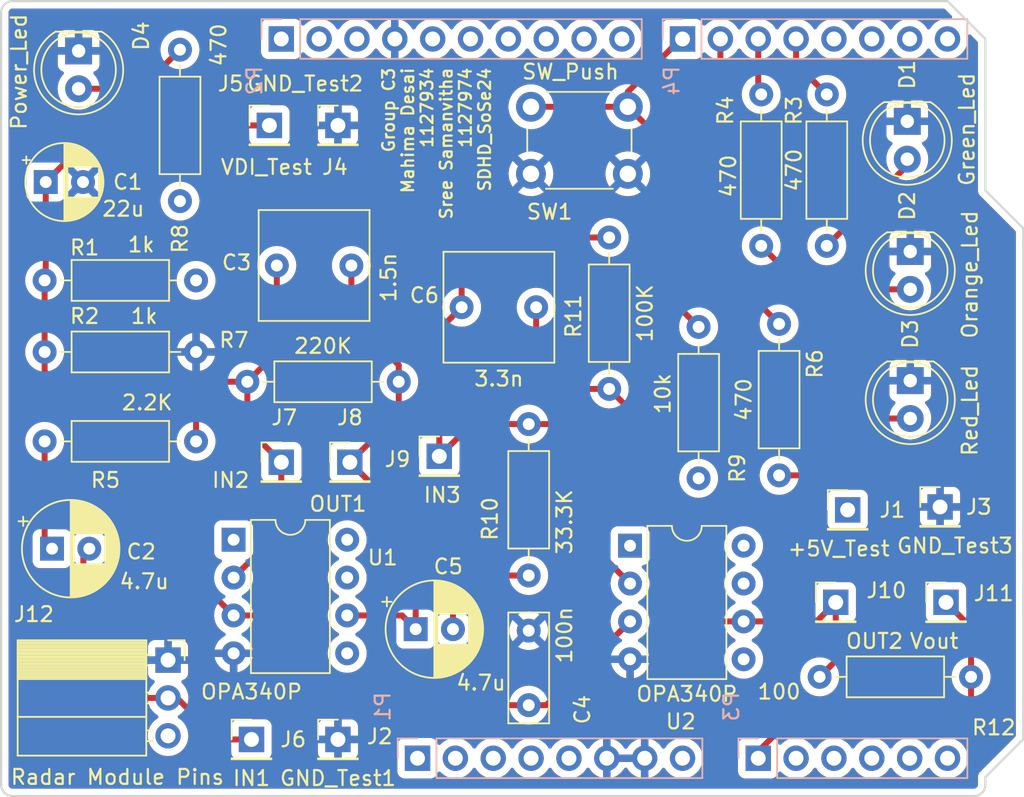
<source format=kicad_pcb>
(kicad_pcb (version 20240108) (generator "pcbnew") (generator_version "8.0")
  (title_block (title "Movement Detector based on IPM-165 Radar Module") (date "2024-05-26") (rev "Rev 1.2") (company "Hochschule Darmstadt") (comment 1 "Mahima Desai ; Sree Samanvitha Manoor Vadhoolas"))
  (layers (0 "F.Cu" signal) (1 "In1.Cu" power "Gnd") (2 "In2.Cu" power "Power") (31 "B.Cu" signal) (34 "B.Paste" user) (35 "F.Paste" user) (36 "B.SilkS" user "B.Silkscreen") (37 "F.SilkS" user "F.Silkscreen") (38 "B.Mask" user) (39 "F.Mask" user) (44 "Edge.Cuts" user))
  (net 0 "")
  (net 1 "GND")
  (net 2 "/VD_Input")
  (net 3 "+5V")
  (net 4 "/IOREF")
  (net 5 "V_in")
  (net 6 "/A1")
  (net 7 "/A2")
  (net 8 "/A3")
  (net 9 "Net-(C2-Pad1)")
  (net 10 "Net-(J9-Pin_1)")
  (net 11 "Net-(J8-Pin_1)")
  (net 12 "Net-(C5-Pad2)")
  (net 13 "/AREF")
  (net 14 "Net-(J7-Pin_1)")
  (net 15 "Net-(J10-Pin_1)")
  (net 16 "Net-(D1-A)")
  (net 17 "Net-(D2-A)")
  (net 18 "Net-(D3-A)")
  (net 19 "Net-(D4-A)")
  (net 20 "/3.3V")
  (net 21 "/Reset")
  (net 22 "/Vin")
  (net 23 "V_out")
  (net 24 "/A5")
  (net 25 "/A4")
  (net 26 "/D11")
  (net 27 "/SCL")
  (net 28 "/D12")
  (net 29 "/D13")
  (net 30 "/D10")
  (net 31 "/SDA")
  (net 32 "/D8")
  (net 33 "/D9")
  (net 34 "/D2")
  (net 35 "/TX{slash}D1")
  (net 36 "PUSH_BUTTON")
  (net 37 "/D3")
  (net 38 "/RX{slash}D0")
  (net 39 "LED_RED")
  (net 40 "LED_GREEN")
  (net 41 "LED_ORANGE")
  (footprint "Capacitor_THT:CP_Radial_D5.0mm_P2.50mm" (layer "F.Cu") (at 102.994888 58.8)
    (property "Reference" "C1" (at 5.5 0 0) (layer "F.SilkS"))
    (property "Value" "22u" (at 5.205112 1.8 0) (layer "F.SilkS"))
    (pad "1" thru_hole rect (at 0 0) (size 1.6 1.6) (drill 0.8) (layers "*.Cu" "*.Mask") (net 2 "/VD_Input"))
    (pad "2" thru_hole circle (at 2.5 0) (size 1.6 1.6) (drill 0.8) (layers "*.Cu" "*.Mask") (net 1 "GND"))
  )
  (footprint "Connector_PinSocket_2.54mm:PinSocket_1x03_P2.54mm_Horizontal" (layer "F.Cu") (at 111.2 90.875)
    (property "Reference" "J12" (at -9 -3.075 0) (layer "F.SilkS"))
    (property "Value" "Radar Module Pins" (at -3.4 7.85 0) (layer "F.SilkS"))
    (pad "1" thru_hole rect (at 0 0) (size 1.7 1.7) (drill 1) (layers "*.Cu" "*.Mask") (net 1 "GND"))
    (pad "2" thru_hole oval (at 0 2.54) (size 1.7 1.7) (drill 1) (layers "*.Cu" "*.Mask") (net 5 "V_in"))
    (pad "3" thru_hole oval (at 0 5.08) (size 1.7 1.7) (drill 1) (layers "*.Cu" "*.Mask") (net 3 "+5V"))
  )
  (footprint "Connector_PinHeader_2.54mm:PinHeader_1x01_P2.54mm_Vertical" (layer "F.Cu") (at 122.6 55)
    (property "Reference" "J4" (at -0.2 2.8 0) (layer "F.SilkS"))
    (property "Value" "GND_Test2" (at -2.2 -2.8 180) (layer "F.SilkS"))
    (pad "1" thru_hole rect (at 0 0) (size 1.7 1.7) (drill 1) (layers "*.Cu" "*.Mask") (net 1 "GND"))
  )
  (footprint "Connector_PinHeader_2.54mm:PinHeader_1x01_P2.54mm_Vertical" (layer "F.Cu") (at 123.4 77.6)
    (property "Reference" "J8" (at 0 -3 0) (layer "F.SilkS"))
    (property "Value" "OUT1" (at -0.8 2.8 0) (layer "F.SilkS"))
    (pad "1" thru_hole rect (at 0 0) (size 1.7 1.7) (drill 1) (layers "*.Cu" "*.Mask") (net 11 "Net-(J8-Pin_1)"))
  )
  (footprint "Resistor_THT:R_Axial_DIN0207_L6.3mm_D2.5mm_P10.16mm_Horizontal" (layer "F.Cu") (at 112 60.08 90)
    (property "Reference" "R8" (at -2.52 0 -90) (layer "F.SilkS"))
    (property "Value" "470" (at 10.48 2.6 -90) (layer "F.SilkS"))
    (pad "1" thru_hole circle (at 0 0 90) (size 1.6 1.6) (drill 0.8) (layers "*.Cu" "*.Mask") (net 3 "+5V"))
    (pad "2" thru_hole oval (at 10.16 0 90) (size 1.6 1.6) (drill 0.8) (layers "*.Cu" "*.Mask") (net 19 "Net-(D4-A)"))
  )
  (footprint "Connector_PinHeader_2.54mm:PinHeader_1x01_P2.54mm_Vertical" (layer "F.Cu") (at 163.4 87)
    (property "Reference" "J11" (at 3.2 -0.6 0) (layer "F.SilkS"))
    (property "Value" "Vout" (at -0.8 2.6 0) (layer "F.SilkS"))
    (pad "1" thru_hole rect (at 0 0) (size 1.7 1.7) (drill 1) (layers "*.Cu" "*.Mask") (net 23 "V_out"))
  )
  (footprint "Resistor_THT:R_Axial_DIN0207_L6.3mm_D2.5mm_P10.16mm_Horizontal" (layer "F.Cu") (at 151 52.92 -90)
    (property "Reference" "R4" (at 1.08 2.4 90) (layer "F.SilkS"))
    (property "Value" "470" (at 5.48 2.2 90) (layer "F.SilkS"))
    (pad "1" thru_hole circle (at 0 0 270) (size 1.6 1.6) (drill 0.8) (layers "*.Cu" "*.Mask") (net 41 "LED_ORANGE"))
    (pad "2" thru_hole oval (at 10.16 0 270) (size 1.6 1.6) (drill 0.8) (layers "*.Cu" "*.Mask") (net 17 "Net-(D2-A)"))
  )
  (footprint "Resistor_THT:R_Axial_DIN0207_L6.3mm_D2.5mm_P10.16mm_Horizontal" (layer "F.Cu") (at 102.92 76.2)
    (property "Reference" "R5" (at 4.08 2.6 0) (layer "F.SilkS"))
    (property "Value" "2.2K" (at 6.88 -2.6 0) (layer "F.SilkS"))
    (pad "1" thru_hole circle (at 0 0) (size 1.6 1.6) (drill 0.8) (layers "*.Cu" "*.Mask") (net 9 "Net-(C2-Pad1)"))
    (pad "2" thru_hole oval (at 10.16 0) (size 1.6 1.6) (drill 0.8) (layers "*.Cu" "*.Mask") (net 14 "Net-(J7-Pin_1)"))
  )
  (footprint "Resistor_THT:R_Axial_DIN0207_L6.3mm_D2.5mm_P10.16mm_Horizontal" (layer "F.Cu") (at 116.52 72.2)
    (property "Reference" "R7 " (at -0.52 -2.8 0) (layer "F.SilkS"))
    (property "Value" "220K" (at 5.08 -2.4 0) (layer "F.SilkS"))
    (pad "1" thru_hole circle (at 0 0) (size 1.6 1.6) (drill 0.8) (layers "*.Cu" "*.Mask") (net 14 "Net-(J7-Pin_1)"))
    (pad "2" thru_hole oval (at 10.16 0) (size 1.6 1.6) (drill 0.8) (layers "*.Cu" "*.Mask") (net 11 "Net-(J8-Pin_1)"))
  )
  (footprint "Capacitor_THT:C_Rect_L7.2mm_W7.2mm_P5.00mm_FKS2_FKP2_MKS2_MKP2" (layer "F.Cu") (at 130.9 67.2)
    (property "Reference" "C6" (at -2.5 -0.8 0) (layer "F.SilkS"))
    (property "Value" "3.3n" (at 2.5 4.8 0) (layer "F.SilkS"))
    (pad "1" thru_hole circle (at 0 0) (size 1.6 1.6) (drill 0.8) (layers "*.Cu" "*.Mask") (net 10 "Net-(J9-Pin_1)"))
    (pad "2" thru_hole circle (at 5 0) (size 1.6 1.6) (drill 0.8) (layers "*.Cu" "*.Mask") (net 15 "Net-(J10-Pin_1)"))
  )
  (footprint "Resistor_THT:R_Axial_DIN0207_L6.3mm_D2.5mm_P10.16mm_Horizontal" (layer "F.Cu") (at 146.8 78.68 90)
    (property "Reference" "R9" (at 0.68 2.6 -90) (layer "F.SilkS"))
    (property "Value" "10k" (at 5.68 -2.4 -90) (layer "F.SilkS"))
    (pad "1" thru_hole circle (at 0 0 90) (size 1.6 1.6) (drill 0.8) (layers "*.Cu" "*.Mask") (net 3 "+5V"))
    (pad "2" thru_hole oval (at 10.16 0 90) (size 1.6 1.6) (drill 0.8) (layers "*.Cu" "*.Mask") (net 36 "PUSH_BUTTON"))
  )
  (footprint "Capacitor_THT:CP_Radial_D6.3mm_P2.50mm" (layer "F.Cu") (at 103.417621 83.4)
    (property "Reference" "C2" (at 5.982379 0.2 0) (layer "F.SilkS"))
    (property "Value" "4.7u" (at 6.182379 2.2 0) (layer "F.SilkS"))
    (pad "1" thru_hole rect (at 0 0) (size 1.6 1.6) (drill 0.8) (layers "*.Cu" "*.Mask") (net 9 "Net-(C2-Pad1)"))
    (pad "2" thru_hole circle (at 2.5 0) (size 1.6 1.6) (drill 0.8) (layers "*.Cu" "*.Mask") (net 5 "V_in"))
  )
  (footprint "Connector_PinHeader_2.54mm:PinHeader_1x01_P2.54mm_Vertical" (layer "F.Cu") (at 122.6 96.2)
    (property "Reference" "J2" (at 2.8 -0.2 0) (layer "F.SilkS"))
    (property "Value" "GND_Test1" (at 0 2.6 0) (layer "F.SilkS"))
    (pad "1" thru_hole rect (at 0 0) (size 1.7 1.7) (drill 1) (layers "*.Cu" "*.Mask") (net 1 "GND"))
  )
  (footprint "Resistor_THT:R_Axial_DIN0207_L6.3mm_D2.5mm_P10.16mm_Horizontal" (layer "F.Cu") (at 102.92 70.2)
    (property "Reference" "R2" (at 2.68 -2.4 0) (layer "F.SilkS"))
    (property "Value" "1k" (at 6.68 -2.4 0) (layer "F.SilkS"))
    (pad "1" thru_hole circle (at 0 0) (size 1.6 1.6) (drill 0.8) (layers "*.Cu" "*.Mask") (net 2 "/VD_Input"))
    (pad "2" thru_hole oval (at 10.16 0) (size 1.6 1.6) (drill 0.8) (layers "*.Cu" "*.Mask") (net 1 "GND"))
  )
  (footprint "Package_DIP:DIP-8_W7.62mm" (layer "F.Cu") (at 115.6 82.8)
    (property "Reference" "U1" (at 10 1.2 0) (layer "F.SilkS"))
    (property "Value" "OPA340P" (at 1.2 10.2 0) (layer "F.SilkS"))
    (pad "1" thru_hole rect (at 0 0) (size 1.6 1.6) (drill 0.8) (layers "*.Cu" "*.Mask"))
    (pad "2" thru_hole oval (at 0 2.54) (size 1.6 1.6) (drill 0.8) (layers "*.Cu" "*.Mask") (net 14 "Net-(J7-Pin_1)"))
    (pad "3" thru_hole oval (at 0 5.08) (size 1.6 1.6) (drill 0.8) (layers "*.Cu" "*.Mask") (net 2 "/VD_Input"))
    (pad "4" thru_hole oval (at 0 7.62) (size 1.6 1.6) (drill 0.8) (layers "*.Cu" "*.Mask") (net 1 "GND"))
    (pad "5" thru_hole oval (at 7.62 7.62) (size 1.6 1.6) (drill 0.8) (layers "*.Cu" "*.Mask"))
    (pad "6" thru_hole oval (at 7.62 5.08) (size 1.6 1.6) (drill 0.8) (layers "*.Cu" "*.Mask") (net 11 "Net-(J8-Pin_1)"))
    (pad "7" thru_hole oval (at 7.62 2.54) (size 1.6 1.6) (drill 0.8) (layers "*.Cu" "*.Mask") (net 3 "+5V"))
    (pad "8" thru_hole oval (at 7.62 0) (size 1.6 1.6) (drill 0.8) (layers "*.Cu" "*.Mask"))
  )
  (footprint "LED_THT:LED_D5.0mm" (layer "F.Cu") (at 160.8 54.725 -90)
    (property "Reference" "D1" (at -3.125 0 90) (layer "F.SilkS"))
    (property "Value" "Green_Led" (at 0.54 -4 90) (layer "F.SilkS"))
    (pad "1" thru_hole rect (at 0 0 270) (size 1.8 1.8) (drill 0.9) (layers "*.Cu" "*.Mask") (net 1 "GND"))
    (pad "2" thru_hole circle (at 2.54 0 270) (size 1.8 1.8) (drill 0.9) (layers "*.Cu" "*.Mask") (net 16 "Net-(D1-A)"))
  )
  (footprint "Connector_PinHeader_2.54mm:PinHeader_1x01_P2.54mm_Vertical" (layer "F.Cu") (at 116.8 96.2)
    (property "Reference" "J6" (at 2.8 0 0) (layer "F.SilkS"))
    (property "Value" "IN1" (at 0 2.6 0) (layer "F.SilkS"))
    (pad "1" thru_hole rect (at 0 0) (size 1.7 1.7) (drill 1) (layers "*.Cu" "*.Mask") (net 5 "V_in"))
  )
  (footprint "Capacitor_THT:C_Rect_L7.2mm_W7.2mm_P5.00mm_FKS2_FKP2_MKS2_MKP2" (layer "F.Cu") (at 118.5 64.4)
    (property "Reference" "C3" (at -2.7 -0.2 0) (layer "F.SilkS"))
    (property "Value" "1.5n" (at 7.5 0.8 90) (layer "F.SilkS"))
    (pad "1" thru_hole circle (at 0 0) (size 1.6 1.6) (drill 0.8) (layers "*.Cu" "*.Mask") (net 14 "Net-(J7-Pin_1)"))
    (pad "2" thru_hole circle (at 5 0) (size 1.6 1.6) (drill 0.8) (layers "*.Cu" "*.Mask") (net 11 "Net-(J8-Pin_1)"))
  )
  (footprint "LED_THT:LED_D5.0mm" (layer "F.Cu") (at 105.2 50 -90)
    (property "Reference" "D4" (at -1 -4.2 90) (layer "F.SilkS"))
    (property "Value" "Power_Led" (at 1.4 4 90) (layer "F.SilkS"))
    (pad "1" thru_hole rect (at 0 0 270) (size 1.8 1.8) (drill 0.9) (layers "*.Cu" "*.Mask") (net 1 "GND"))
    (pad "2" thru_hole circle (at 2.54 0 270) (size 1.8 1.8) (drill 0.9) (layers "*.Cu" "*.Mask") (net 19 "Net-(D4-A)"))
  )
  (footprint "Connector_PinHeader_2.54mm:PinHeader_1x01_P2.54mm_Vertical" (layer "F.Cu") (at 129.4 77.2)
    (property "Reference" "J9" (at -2.8 0.2 0) (layer "F.SilkS"))
    (property "Value" "IN3" (at 0.2 2.6 0) (layer "F.SilkS"))
    (pad "1" thru_hole rect (at 0 0) (size 1.7 1.7) (drill 1) (layers "*.Cu" "*.Mask") (net 10 "Net-(J9-Pin_1)"))
  )
  (footprint "Connector_PinHeader_2.54mm:PinHeader_1x01_P2.54mm_Vertical" (layer "F.Cu") (at 156 87)
    (property "Reference" "J10" (at 3.4 -0.8 0) (layer "F.SilkS"))
    (property "Value" "OUT2" (at 2.6 2.6 0) (layer "F.SilkS"))
    (pad "1" thru_hole rect (at 0 0) (size 1.7 1.7) (drill 1) (layers "*.Cu" "*.Mask") (net 15 "Net-(J10-Pin_1)"))
  )
  (footprint "LED_THT:LED_D5.0mm" (layer "F.Cu") (at 161 63.46 -90)
    (property "Reference" "D2" (at -3.06 0.2 90) (layer "F.SilkS"))
    (property "Value" "Orange_Led" (at 1.54 -4 90) (layer "F.SilkS"))
    (pad "1" thru_hole rect (at 0 0 270) (size 1.8 1.8) (drill 0.9) (layers "*.Cu" "*.Mask") (net 1 "GND"))
    (pad "2" thru_hole circle (at 2.54 0 270) (size 1.8 1.8) (drill 0.9) (layers "*.Cu" "*.Mask") (net 17 "Net-(D2-A)"))
  )
  (footprint "Connector_PinHeader_2.54mm:PinHeader_1x01_P2.54mm_Vertical" (layer "F.Cu") (at 118 55)
    (property "Reference" "J5" (at -2.6 -2.8 0) (layer "F.SilkS"))
    (property "Value" "VDI_Test" (at -0.2 2.8 0) (layer "F.SilkS"))
    (pad "1" thru_hole rect (at 0 0) (size 1.7 1.7) (drill 1) (layers "*.Cu" "*.Mask") (net 2 "/VD_Input"))
  )
  (footprint "Resistor_THT:R_Axial_DIN0207_L6.3mm_D2.5mm_P10.16mm_Horizontal" (layer "F.Cu") (at 155.4 52.92 -90)
    (property "Reference" "R3" (at 1.08 2.2 90) (layer "F.SilkS"))
    (property "Value" "470" (at 5.08 2.2 90) (layer "F.SilkS"))
    (pad "1" thru_hole circle (at 0 0 270) (size 1.6 1.6) (drill 0.8) (layers "*.Cu" "*.Mask") (net 40 "LED_GREEN"))
    (pad "2" thru_hole oval (at 10.16 0 270) (size 1.6 1.6) (drill 0.8) (layers "*.Cu" "*.Mask") (net 16 "Net-(D1-A)"))
  )
  (footprint "Button_Switch_THT:SW_PUSH_6mm_H7.3mm" (layer "F.Cu") (at 142.05 58.25 180)
    (property "Reference" "SW1" (at 5.25 -2.55 180) (layer "F.SilkS"))
    (property "Value" "SW_Push" (at 3.85 6.85 180) (layer "F.SilkS"))
    (pad "1" thru_hole circle (at 0 0 270) (size 2 2) (drill 1.1) (layers "*.Cu" "*.Mask") (net 1 "GND"))
    (pad "1" thru_hole circle (at 6.5 0 270) (size 2 2) (drill 1.1) (layers "*.Cu" "*.Mask") (net 1 "GND"))
    (pad "2" thru_hole circle (at 0 4.5 270) (size 2 2) (drill 1.1) (layers "*.Cu" "*.Mask") (net 36 "PUSH_BUTTON"))
    (pad "2" thru_hole circle (at 6.5 4.5 270) (size 2 2) (drill 1.1) (layers "*.Cu" "*.Mask") (net 36 "PUSH_BUTTON"))
  )
  (footprint "Connector_PinHeader_2.54mm:PinHeader_1x01_P2.54mm_Vertical" (layer "F.Cu") (at 163 80.6)
    (property "Reference" "J3" (at 2.6 0 0) (layer "F.SilkS"))
    (property "Value" "GND_Test3" (at 1 2.6 0) (layer "F.SilkS"))
    (pad "1" thru_hole rect (at 0 0) (size 1.7 1.7) (drill 1) (layers "*.Cu" "*.Mask") (net 1 "GND"))
  )
  (footprint "Capacitor_THT:CP_Radial_D6.3mm_P2.50mm" (layer "F.Cu") (at 127.817621 88.8)
    (property "Reference" "C5" (at 2.182379 -4.2 0) (layer "F.SilkS"))
    (property "Value" "4.7u" (at 4.382379 3.6 0) (layer "F.SilkS"))
    (pad "1" thru_hole rect (at 0 0) (size 1.6 1.6) (drill 0.8) (layers "*.Cu" "*.Mask") (net 11 "Net-(J8-Pin_1)"))
    (pad "2" thru_hole circle (at 2.5 0) (size 1.6 1.6) (drill 0.8) (layers "*.Cu" "*.Mask") (net 12 "Net-(C5-Pad2)"))
  )
  (footprint "Connector_PinHeader_2.54mm:PinHeader_1x01_P2.54mm_Vertical" (layer "F.Cu") (at 118.8 77.6)
    (property "Reference" "J7" (at 0.2 -3 0) (layer "F.SilkS"))
    (property "Value" "IN2" (at -3.4 1.2 0) (layer "F.SilkS"))
    (pad "1" thru_hole rect (at 0 0) (size 1.7 1.7) (drill 1) (layers "*.Cu" "*.Mask") (net 14 "Net-(J7-Pin_1)"))
  )
  (footprint "Resistor_THT:R_Axial_DIN0207_L6.3mm_D2.5mm_P10.16mm_Horizontal" (layer "F.Cu") (at 154.92 92)
    (property "Reference" "R12" (at 11.68 3.4 0) (layer "F.SilkS"))
    (property "Value" "100" (at -2.72 1 0) (layer "F.SilkS"))
    (pad "1" thru_hole circle (at 0 0) (size 1.6 1.6) (drill 0.8) (layers "*.Cu" "*.Mask") (net 15 "Net-(J10-Pin_1)"))
    (pad "2" thru_hole oval (at 10.16 0) (size 1.6 1.6) (drill 0.8) (layers "*.Cu" "*.Mask") (net 23 "V_out"))
  )
  (footprint "LED_THT:LED_D5.0mm" (layer "F.Cu") (at 161 72.125 -90)
    (property "Reference" "D3" (at -3.125 0 90) (layer "F.SilkS"))
    (property "Value" "Red_Led" (at 2 -4 90) (layer "F.SilkS"))
    (pad "1" thru_hole rect (at 0 0 270) (size 1.8 1.8) (drill 0.9) (layers "*.Cu" "*.Mask") (net 1 "GND"))
    (pad "2" thru_hole circle (at 2.54 0 270) (size 1.8 1.8) (drill 0.9) (layers "*.Cu" "*.Mask") (net 18 "Net-(D3-A)"))
  )
  (footprint "Package_DIP:DIP-8_W7.62mm" (layer "F.Cu") (at 142.2 83.2)
    (property "Reference" "U2" (at 3.4 11.8 0) (layer "F.SilkS"))
    (property "Value" "OPA340P" (at 3.81 9.95 0) (layer "F.SilkS"))
    (pad "1" thru_hole rect (at 0 0) (size 1.6 1.6) (drill 0.8) (layers "*.Cu" "*.Mask"))
    (pad "2" thru_hole oval (at 0 2.54) (size 1.6 1.6) (drill 0.8) (layers "*.Cu" "*.Mask") (net 10 "Net-(J9-Pin_1)"))
    (pad "3" thru_hole oval (at 0 5.08) (size 1.6 1.6) (drill 0.8) (layers "*.Cu" "*.Mask") (net 2 "/VD_Input"))
    (pad "4" thru_hole oval (at 0 7.62) (size 1.6 1.6) (drill 0.8) (layers "*.Cu" "*.Mask") (net 1 "GND"))
    (pad "5" thru_hole oval (at 7.62 7.62) (size 1.6 1.6) (drill 0.8) (layers "*.Cu" "*.Mask"))
    (pad "6" thru_hole oval (at 7.62 5.08) (size 1.6 1.6) (drill 0.8) (layers "*.Cu" "*.Mask") (net 15 "Net-(J10-Pin_1)"))
    (pad "7" thru_hole oval (at 7.62 2.54) (size 1.6 1.6) (drill 0.8) (layers "*.Cu" "*.Mask") (net 3 "+5V"))
    (pad "8" thru_hole oval (at 7.62 0) (size 1.6 1.6) (drill 0.8) (layers "*.Cu" "*.Mask"))
  )
  (footprint "Capacitor_THT:C_Rect_L7.2mm_W2.5mm_P5.00mm_FKS2_FKP2_MKS2_MKP2" (layer "F.Cu") (at 135.4 93.9 90)
    (property "Reference" "C4" (at -0.3 3.6 -90) (layer "F.SilkS"))
    (property "Value" "100n" (at 4.7 2.4 -90) (layer "F.SilkS"))
    (pad "1" thru_hole circle (at 0 0 90) (size 1.6 1.6) (drill 0.8) (layers "*.Cu" "*.Mask") (net 2 "/VD_Input"))
    (pad "2" thru_hole circle (at 5 0 90) (size 1.6 1.6) (drill 0.8) (layers "*.Cu" "*.Mask") (net 1 "GND"))
  )
  (footprint "Resistor_THT:R_Axial_DIN0207_L6.3mm_D2.5mm_P10.16mm_Horizontal" (layer "F.Cu") (at 113.08 65.4 180)
    (property "Reference" "R1" (at 7.48 2.2 180) (layer "F.SilkS"))
    (property "Value" "1k" (at 3.68 2.4 180) (layer "F.SilkS"))
    (pad "1" thru_hole circle (at 0 0 180) (size 1.6 1.6) (drill 0.8) (layers "*.Cu" "*.Mask") (net 3 "+5V"))
    (pad "2" thru_hole oval (at 10.16 0 180) (size 1.6 1.6) (drill 0.8) (layers "*.Cu" "*.Mask") (net 2 "/VD_Input"))
  )
  (footprint "Resistor_THT:R_Axial_DIN0207_L6.3mm_D2.5mm_P10.16mm_Horizontal" (layer "F.Cu") (at 140.8 62.52 -90)
    (property "Reference" "R11" (at 5.28 2.4 90) (layer "F.SilkS"))
    (property "Value" "100K" (at 5.08 -2.4 90) (layer "F.SilkS"))
    (pad "1" thru_hole circle (at 0 0 270) (size 1.6 1.6) (drill 0.8) (layers "*.Cu" "*.Mask") (net 10 "Net-(J9-Pin_1)"))
    (pad "2" thru_hole oval (at 10.16 0 270) (size 1.6 1.6) (drill 0.8) (layers "*.Cu" "*.Mask") (net 15 "Net-(J10-Pin_1)"))
  )
  (footprint "Resistor_THT:R_Axial_DIN0207_L6.3mm_D2.5mm_P10.16mm_Horizontal" (layer "F.Cu") (at 135.4 85.2 90)
    (property "Reference" "R10" (at 3.8 -2.6 -90) (layer "F.SilkS"))
    (property "Value" "33.3K" (at 3.6 2.4 -90) (layer "F.SilkS"))
    (pad "1" thru_hole circle (at 0 0 90) (size 1.6 1.6) (drill 0.8) (layers "*.Cu" "*.Mask") (net 12 "Net-(C5-Pad2)"))
    (pad "2" thru_hole oval (at 10.16 0 90) (size 1.6 1.6) (drill 0.8) (layers "*.Cu" "*.Mask") (net 10 "Net-(J9-Pin_1)"))
  )
  (footprint "Connector_PinHeader_2.54mm:PinHeader_1x01_P2.54mm_Vertical" (layer "F.Cu") (at 156.8 80.8)
    (property "Reference" "J1" (at 3 0 0) (layer "F.SilkS"))
    (property "Value" "+5V_Test" (at -0.6 2.6 0) (layer "F.SilkS"))
    (pad "1" thru_hole rect (at 0 0) (size 1.7 1.7) (drill 1) (layers "*.Cu" "*.Mask") (net 3 "+5V"))
  )
  (footprint "Resistor_THT:R_Axial_DIN0207_L6.3mm_D2.5mm_P10.16mm_Horizontal" (layer "F.Cu") (at 152.2 68.32 -90)
    (property "Reference" "R6" (at 2.68 -2.4 90) (layer "F.SilkS"))
    (property "Value" "470" (at 5.08 2.37 90) (layer "F.SilkS"))
    (pad "1" thru_hole circle (at 0 0 270) (size 1.6 1.6) (drill 0.8) (layers "*.Cu" "*.Mask") (net 39 "LED_RED"))
    (pad "2" thru_hole oval (at 10.16 0 270) (size 1.6 1.6) (drill 0.8) (layers "*.Cu" "*.Mask") (net 18 "Net-(D3-A)"))
  )
  (footprint "Connector_PinHeader_2.54mm:PinHeader_1x08_P2.54mm_Vertical" (layer "B.Cu") (at 127.94 97.46 -90)
    (property "Reference" "P1" (at -3.46 2.33 90) (layer "B.SilkS") (effects (justify mirror)))
    (property "Value" "Power")
    (pad "1" thru_hole rect (at 0 0 270) (size 1.7 1.7) (drill 1) (layers "*.Cu" "*.Mask"))
    (pad "2" thru_hole oval (at 0 -2.54 270) (size 1.7 1.7) (drill 1) (layers "*.Cu" "*.Mask") (net 4 "/IOREF"))
    (pad "3" thru_hole oval (at 0 -5.08 270) (size 1.7 1.7) (drill 1) (layers "*.Cu" "*.Mask") (net 21 "/Reset"))
    (pad "4" thru_hole oval (at 0 -7.62 270) (size 1.7 1.7) (drill 1) (layers "*.Cu" "*.Mask") (net 20 "/3.3V"))
    (pad "5" thru_hole oval (at 0 -10.16 270) (size 1.7 1.7) (drill 1) (layers "*.Cu" "*.Mask") (net 3 "+5V"))
    (pad "6" thru_hole oval (at 0 -12.7 270) (size 1.7 1.7) (drill 1) (layers "*.Cu" "*.Mask") (net 1 "GND"))
    (pad "7" thru_hole oval (at 0 -15.24 270) (size 1.7 1.7) (drill 1) (layers "*.Cu" "*.Mask") (net 1 "GND"))
    (pad "8" thru_hole oval (at 0 -17.78 270) (size 1.7 1.7) (drill 1) (layers "*.Cu" "*.Mask") (net 22 "/Vin"))
  )
  (footprint "Connector_PinHeader_2.54mm:PinHeader_1x06_P2.54mm_Vertical" (layer "B.Cu") (at 150.8 97.46 -90)
    (property "Reference" "P3" (at -3.46 1.8 90) (layer "B.SilkS") (effects (justify mirror)))
    (property "Value" "Analog")
    (pad "1" thru_hole rect (at 0 0 270) (size 1.7 1.7) (drill 1) (layers "*.Cu" "*.Mask") (net 23 "V_out"))
    (pad "2" thru_hole oval (at 0 -2.54 270) (size 1.7 1.7) (drill 1) (layers "*.Cu" "*.Mask") (net 6 "/A1"))
    (pad "3" thru_hole oval (at 0 -5.08 270) (size 1.7 1.7) (drill 1) (layers "*.Cu" "*.Mask") (net 7 "/A2"))
    (pad "4" thru_hole oval (at 0 -7.62 270) (size 1.7 1.7) (drill 1) (layers "*.Cu" "*.Mask") (net 8 "/A3"))
    (pad "5" thru_hole oval (at 0 -10.16 270) (size 1.7 1.7) (drill 1) (layers "*.Cu" "*.Mask") (net 25 "/A4"))
    (pad "6" thru_hole oval (at 0 -12.7 270) (size 1.7 1.7) (drill 1) (layers "*.Cu" "*.Mask") (net 24 "/A5"))
  )
  (footprint "Connector_PinHeader_2.54mm:PinHeader_1x10_P2.54mm_Vertical" (layer "B.Cu") (at 118.796 49.2 -90)
    (property "Reference" "P2" (at 2.8 1.796 90) (layer "B.SilkS") (effects (justify mirror)))
    (property "Value" "Digital/PWM" (hide yes))
    (pad "1" thru_hole rect (at 0 0 270) (size 1.7 1.7) (drill 1) (layers "*.Cu" "*.Mask") (net 27 "/SCL"))
    (pad "2" thru_hole oval (at 0 -2.54 270) (size 1.7 1.7) (drill 1) (layers "*.Cu" "*.Mask") (net 31 "/SDA"))
    (pad "3" thru_hole oval (at 0 -5.08 270) (size 1.7 1.7) (drill 1) (layers "*.Cu" "*.Mask") (net 13 "/AREF"))
    (pad "4" thru_hole oval (at 0 -7.62 270) (size 1.7 1.7) (drill 1) (layers "*.Cu" "*.Mask") (net 1 "GND"))
    (pad "5" thru_hole oval (at 0 -10.16 270) (size 1.7 1.7) (drill 1) (layers "*.Cu" "*.Mask") (net 29 "/D13"))
    (pad "6" thru_hole oval (at 0 -12.7 270) (size 1.7 1.7) (drill 1) (layers "*.Cu" "*.Mask") (net 28 "/D12"))
    (pad "7" thru_hole oval (at 0 -15.24 270) (size 1.7 1.7) (drill 1) (layers "*.Cu" "*.Mask") (net 26 "/D11"))
    (pad "8" thru_hole oval (at 0 -17.78 270) (size 1.7 1.7) (drill 1) (layers "*.Cu" "*.Mask") (net 30 "/D10"))
    (pad "9" thru_hole oval (at 0 -20.32 270) (size 1.7 1.7) (drill 1) (layers "*.Cu" "*.Mask") (net 33 "/D9"))
    (pad "10" thru_hole oval (at 0 -22.86 270) (size 1.7 1.7) (drill 1) (layers "*.Cu" "*.Mask") (net 32 "/D8"))
  )
  (footprint "Connector_PinHeader_2.54mm:PinHeader_1x08_P2.54mm_Vertical" (layer "B.Cu") (at 145.72 49.2 -90)
    (property "Reference" "P4" (at 2.8 0.72 90) (layer "B.SilkS") (effects (justify mirror)))
    (property "Value" "Digital/PWM")
    (pad "1" thru_hole rect (at 0 0 270) (size 1.7 1.7) (drill 1) (layers "*.Cu" "*.Mask") (net 36 "PUSH_BUTTON"))
    (pad "2" thru_hole oval (at 0 -2.54 270) (size 1.7 1.7) (drill 1) (layers "*.Cu" "*.Mask") (net 39 "LED_RED"))
    (pad "3" thru_hole oval (at 0 -5.08 270) (size 1.7 1.7) (drill 1) (layers "*.Cu" "*.Mask") (net 41 "LED_ORANGE"))
    (pad "4" thru_hole oval (at 0 -7.62 270) (size 1.7 1.7) (drill 1) (layers "*.Cu" "*.Mask") (net 40 "LED_GREEN"))
    (pad "5" thru_hole oval (at 0 -10.16 270) (size 1.7 1.7) (drill 1) (layers "*.Cu" "*.Mask") (net 37 "/D3"))
    (pad "6" thru_hole oval (at 0 -12.7 270) (size 1.7 1.7) (drill 1) (layers "*.Cu" "*.Mask") (net 34 "/D2"))
    (pad "7" thru_hole oval (at 0 -15.24 270) (size 1.7 1.7) (drill 1) (layers "*.Cu" "*.Mask") (net 35 "/TX{slash}D1"))
    (pad "8" thru_hole oval (at 0 -17.78 270) (size 1.7 1.7) (drill 1) (layers "*.Cu" "*.Mask") (net 38 "/RX{slash}D0"))
  )
  (gr_line (start 166.04 59.36) (end 168.58 61.9) (stroke (width 0.15)) (layer "Edge.Cuts"))
  (gr_line (start 100 99.238) (end 100 47.422) (stroke (width 0.15)) (layer "Edge.Cuts"))
  (gr_line (start 168.58 61.9) (end 168.58 96.19) (stroke (width 0.15)) (layer "Edge.Cuts"))
  (gr_line (start 165.278 100) (end 100.762 100) (stroke (width 0.15)) (layer "Edge.Cuts"))
  (gr_line (start 100.762 46.66) (end 163.5 46.66) (stroke (width 0.15)) (layer "Edge.Cuts"))
  (gr_arc (start 100.762 100) (mid 100.223185 99.776815) (end 100 99.238) (stroke (width 0.15)) (layer "Edge.Cuts"))
  (gr_line (start 168.58 96.19) (end 166.04 98.73) (stroke (width 0.15)) (layer "Edge.Cuts"))
  (gr_line (start 163.5 46.66) (end 166.04 49.2) (stroke (width 0.15)) (layer "Edge.Cuts"))
  (gr_arc (start 166.04 99.238) (mid 165.816815 99.776815) (end 165.278 100) (stroke (width 0.15)) (layer "Edge.Cuts"))
  (gr_line (start 166.04 49.2) (end 166.04 59.36) (stroke (width 0.15)) (layer "Edge.Cuts"))
  (gr_line (start 166.04 98.73) (end 166.04 99.238) (stroke (width 0.15)) (layer "Edge.Cuts"))
  (gr_arc (start 100 47.422) (mid 100.223185 46.883185) (end 100.762 46.66) (stroke (width 0.15)) (layer "Edge.Cuts"))
  (gr_text_box "Group C3\nMahima Desai\n1127934\nSree Samanvitha\n1127974\nSDHD_SoSe24 \n" (start 124.9327 50.4491) (end 133.4 61.9509) (angle 90) (layer "F.SilkS") (effects (font (size 0.8 0.8) (thickness 0.15) (bold yes)) (justify right top)) (border no))
  (segment (start 126.4 93.2) (end 122.4 93.2) (width 0.4) (layer "F.Cu") (net 2))
  (segment (start 135.4 93.9) (end 136.58 93.9) (width 0.4) (layer "F.Cu") (net 2))
  (segment (start 102.994888 65.325112) (end 102.92 65.4) (width 0.4) (layer "F.Cu") (net 2))
  (segment (start 112.2 80.8) (end 112.2 84.48) (width 0.4) (layer "F.Cu") (net 2))
  (segment (start 102.92 65.4) (end 102.92 70.2) (width 0.4) (layer "F.Cu") (net 2))
  (segment (start 118 55) (end 109.4 55) (width 0.4) (layer "F.Cu") (net 2))
  (segment (start 102.994888 58.8) (end 105.194888 56.6) (width 0.4) (layer "F.Cu") (net 2))
  (segment (start 127.1 93.9) (end 126.4 93.2) (width 0.4) (layer "F.Cu") (net 2))
  (segment (start 102.92 71.52) (end 112.2 80.8) (width 0.4) (layer "F.Cu") (net 2))
  (segment (start 107.8 56.6) (end 109.4 55) (width 0.4) (layer "F.Cu") (net 2))
  (segment (start 117.08 87.88) (end 115.6 87.88) (width 0.4) (layer "F.Cu") (net 2))
  (segment (start 105.194888 56.6) (end 107.8 56.6) (width 0.4) (layer "F.Cu") (net 2))
  (segment (start 136.58 93.9) (end 142.2 88.28) (width 0.4) (layer "F.Cu") (net 2))
  (segment (start 135.4 93.9) (end 127.1 93.9) (width 0.4) (layer "F.Cu") (net 2))
  (segment (start 102.92 70.2) (end 102.92 71.52) (width 0.4) (layer "F.Cu") (net 2))
  (segment (start 112.2 84.48) (end 115.6 87.88) (width 0.4) (layer "F.Cu") (net 2))
  (segment (start 122.4 93.2) (end 117.08 87.88) (width 0.4) (layer "F.Cu") (net 2))
  (segment (start 102.994888 58.8) (end 102.994888 65.325112) (width 0.4) (layer "F.Cu") (net 2))
  (segment (start 105.517621 91.717621) (end 107.2 93.4) (width 0.4) (layer "F.Cu") (net 5))
  (segment (start 107.6 93.4) (end 107.615 93.415) (width 0.4) (layer "F.Cu") (net 5))
  (segment (start 114.585 96.2) (end 111.4 93.015) (width 0.4) (layer "F.Cu") (net 5))
  (segment (start 116.8 96.2) (end 114.585 96.2) (width 0.4) (layer "F.Cu") (net 5))
  (segment (start 105.517621 84) (end 105.517621 91.717621) (width 0.4) (layer "F.Cu") (net 5))
  (segment (start 107.615 93.415) (end 111.2 93.415) (width 0.4) (layer "F.Cu") (net 5))
  (segment (start 107.2 93.4) (end 107.6 93.4) (width 0.4) (layer "F.Cu") (net 5))
  (segment (start 102.92 82.902379) (end 103.417621 83.4) (width 0.4) (layer "F.Cu") (net 9))
  (segment (start 102.92 76.2) (end 102.92 82.902379) (width 0.4) (layer "F.Cu") (net 9))
  (segment (start 135.4 75.04) (end 138.24 75.04) (width 0.4) (layer "F.Cu") (net 10))
  (segment (start 131.56 75.04) (end 129.4 77.2) (width 0.4) (layer "F.Cu") (net 10))
  (segment (start 138.24 75.04) (end 139.4 76.2) (width 0.4) (layer "F.Cu") (net 10))
  (segment (start 130.9 67.2) (end 130.9 65.1) (width 0.4) (layer "F.Cu") (net 10))
  (segment (start 139.4 82.94) (end 142.2 85.74) (width 0.4) (layer "F.Cu") (net 10))
  (segment (start 140.8 62.52) (end 133.48 62.52) (width 0.4) (layer "F.Cu") (net 10))
  (segment (start 135.4 75.04) (end 131.56 75.04) (width 0.4) (layer "F.Cu") (net 10))
  (segment (start 139.4 76.2) (end 139.4 82.94) (width 0.4) (layer "F.Cu") (net 10))
  (segment (start 129.4 77.2) (end 129.4 68.7) (width 0.4) (layer "F.Cu") (net 10))
  (segment (start 129.4 68.7) (end 130.9 67.2) (width 0.4) (layer "F.Cu") (net 10))
  (segment (start 133.48 62.52) (end 130.9 65.1) (width 0.4) (layer "F.Cu") (net 10))
  (segment (start 127.54 89) (end 128 89) (width 0.4) (layer "F.Cu") (net 11))
  (segment (start 127.817621 82.017621) (end 123.4 77.6) (width 0.4) (layer "F.Cu") (net 11))
  (segment (start 123.22 87.88) (end 126.897621 87.88) (width 0.4) (layer "F.Cu") (net 11))
  (segment (start 126.68 74.32) (end 123.4 77.6) (width 0.4) (layer "F.Cu") (net 11))
  (segment (start 127.817621 88.8) (end 127.817621 82.017621) (width 0.4) (layer "F.Cu") (net 11))
  (segment (start 126.68 72.2) (end 126.68 74.32) (width 0.4) (layer "F.Cu") (net 11))
  (segment (start 123.5 67.9) (end 126.68 71.08) (width 0.4) (layer "F.Cu") (net 11))
  (segment (start 126.897621 87.88) (end 127.817621 88.8) (width 0.4) (layer "F.Cu") (net 11))
  (segment (start 123.5 64.4) (end 123.5 67.9) (width 0.4) (layer "F.Cu") (net 11))
  (segment (start 126.68 72.2) (end 126.68 71.08) (width 0.4) (layer "F.Cu") (net 11))
  (segment (start 130.317621 88.8) (end 130.317621 87.482379) (width 0.4) (layer "F.Cu") (net 12))
  (segment (start 132.6 85.2) (end 135.4 85.2) (width 0.4) (layer "F.Cu") (net 12))
  (segment (start 130.5 88.38) (end 130.5 89) (width 0.4) (layer "F.Cu") (net 12))
  (segment (start 130.317621 87.482379) (end 132.6 85.2) (width 0.4) (layer "F.Cu") (net 12))
  (segment (start 116.52 72.2) (end 116.52 75.32) (width 0.4) (layer "F.Cu") (net 14))
  (segment (start 113.08 74.12) (end 115 72.2) (width 0.4) (layer "F.Cu") (net 14))
  (segment (start 113.08 76.2) (end 113.08 74.12) (width 0.4) (layer "F.Cu") (net 14))
  (segment (start 116.52 75.32) (end 118.8 77.6) (width 0.4) (layer "F.Cu") (net 14))
  (segment (start 118.5 70.22) (end 116.52 72.2) (width 0.4) (layer "F.Cu") (net 14))
  (segment (start 116.52 72.76) (end 116.52 72.2) (width 0.4) (layer "F.Cu") (net 14))
  (segment (start 118.5 64.4) (end 118.5 70.22) (width 0.4) (layer "F.Cu") (net 14))
  (segment (start 118.8 82.14) (end 115.6 85.34) (width 0.4) (layer "F.Cu") (net 14))
  (segment (start 115 72.2) (end 116.52 72.2) (width 0.4) (layer "F.Cu") (net 14))
  (segment (start 118.8 77.6) (end 118.8 82.14) (width 0.4) (layer "F.Cu") (net 14))
  (segment (start 154.72 88.28) (end 156 87) (width 0.4) (layer "F.Cu") (net 15))
  (segment (start 156 87) (end 156 90.92) (width 0.4) (layer "F.Cu") (net 15))
  (segment (start 140.8 72.68) (end 143.6 75.48) (width 0.4) (layer "F.Cu") (net 15))
  (segment (start 156 90.92) (end 154.92 92) (width 0.4) (layer "F.Cu") (net 15))
  (segment (start 143.6 75.48) (end 143.6 80.8) (width 0.4) (layer "F.Cu") (net 15))
  (segment (start 145.2 86) (end 147.48 88.28) (width 0.4) (layer "F.Cu") (net 15))
  (segment (start 143.6 80.8) (end 145.2 82.4) (width 0.4) (layer "F.Cu") (net 15))
  (segment (start 145.2 82.4) (end 145.2 86) (width 0.4) (layer "F.Cu") (net 15))
  (segment (start 149.82 88.28) (end 154.72 88.28) (width 0.4) (layer "F.Cu") (net 15))
  (segment (start 138.68 72.68) (end 135.9 69.9) (width 0.4) (layer "F.Cu") (net 15))
  (segment (start 147.48 88.28) (end 149.82 88.28) (width 0.4) (layer "F.Cu") (net 15))
  (segment (start 140.8 72.68) (end 138.68 72.68) (width 0.4) (layer "F.Cu") (net 15))
  (segment (start 135.9 67.2) (end 135.9 69.9) (width 0.4) (layer "F.Cu") (net 15))
  (segment (start 160.8 57.68) (end 160.8 57.265) (width 0.4) (layer "F.Cu") (net 16))
  (segment (start 155.4 63.08) (end 160.8 57.68) (width 0.4) (layer "F.Cu") (net 16))
  (segment (start 151 63.08) (end 154.72 66.8) (width 0.4) (layer "F.Cu") (net 17))
  (segment (start 159 66) (end 161 66) (width 0.4) (layer "F.Cu") (net 17))
  (segment (start 158.2 66.8) (end 159 66) (width 0.4) (layer "F.Cu") (net 17))
  (segment (start 154.72 66.8) (end 158.2 66.8) (width 0.4) (layer "F.Cu") (net 17))
  (segment (start 153.92 78.48) (end 157.735 74.665) (width 0.4) (layer "F.Cu") (net 18))
  (segment (start 152.2 78.48) (end 153.92 78.48) (width 0.4) (layer "F.Cu") (net 18))
  (segment (start 157.735 74.665) (end 161 74.665) (width 0.4) (layer "F.Cu") (net 18))
  (segment (start 105.2 52.54) (end 109.38 52.54) (width 0.4) (layer "F.Cu") (net 19))
  (segment (start 109.38 52.54) (end 112 49.92) (width 0.4) (layer "F.Cu") (net 19))
  (segment (start 165.08 93.92) (end 164 95) (width 0.4) (layer "F.Cu") (net 23))
  (segment (start 165.08 92) (end 165.08 93.92) (width 0.4) (layer "F.Cu") (net 23))
  (segment (start 152.8 95) (end 150.8 97) (width 0.4) (layer "F.Cu") (net 23))
  (segment (start 150.8 97) (end 150.8 97.46) (width 0.4) (layer "F.Cu") (net 23))
  (segment (start 165.08 92) (end 165.08 88.68) (width 0.4) (layer "F.Cu") (net 23))
  (segment (start 164 95) (end 152.8 95) (width 0.4) (layer "F.Cu") (net 23))
  (segment (start 165.08 88.68) (end 163.4 87) (width 0.4) (layer "F.Cu") (net 23))
  (segment (start 145.72 49.2) (end 145.6 49.2) (width 0.4) (layer "F.Cu") (net 36))
  (segment (start 144.8 56.5) (end 144.8 66.52) (width 0.4) (layer "F.Cu") (net 36))
  (segment (start 142.05 53.75) (end 144.8 56.5) (width 0.4) (layer "F.Cu") (net 36))
  (segment (start 144.8 66.52) (end 146.8 68.52) (width 0.4) (layer "F.Cu") (net 36))
  (segment (start 145.6 49.2) (end 142.05 52.75) (width 0.4) (layer "F.Cu") (net 36))
  (segment (start 135.55 53.75) (end 142.05 53.75) (width 0.4) (layer "F.Cu") (net 36))
  (segment (start 142.05 52.75) (end 142.05 53.75) (width 0.4) (layer "F.Cu") (net 36))
  (segment (start 148.26 49.2) (end 148.26 50.74) (width 0.4) (layer "F.Cu") (net 39))
  (segment (start 147 52) (end 147 63.12) (width 0.4) (layer "F.Cu") (net 39))
  (segment (start 147 63.12) (end 152.2 68.32) (width 0.4) (layer "F.Cu") (net 39))
  (segment (start 148.26 50.74) (end 147 52) (width 0.4) (layer "F.Cu") (net 39))
  (segment (start 153.34 49.2) (end 153.34 50.86) (width 0.4) (layer "F.Cu") (net 40))
  (segment (start 153.34 50.86) (end 155.4 52.92) (width 0.4) (layer "F.Cu") (net 40))
  (segment (start 150.8 49.2) (end 150.8 52.72) (width 0.4) (layer "F.Cu") (net 41))
  (segment (start 150.8 52.72) (end 151 52.92) (width 0.4) (layer "F.Cu") (net 41))
  (zone (net 1) (net_name "GND") (layer "F.Cu") (priority 3) (connect_pads (clearance 0.508)) (min_thickness 0.25) (fill yes (thermal_gap 0.5) (thermal_bridge_width 0.5))
    (polygon (pts (xy 100 46.6) (xy 100 100) (xy 165.8 100) (xy 166.2 98.8) (xy 168.6 96.4) (xy 168.6 62) (xy 166 59.4) (xy 166 49.2) (xy 163.4 46.6)))
  )
  (zone (net 1) (net_name "GND") (layer "B.Cu") (priority 2) (connect_pads (clearance 0.508)) (min_thickness 0.25) (fill yes (thermal_gap 0.5) (thermal_bridge_width 0.5))
    (polygon (pts (xy 100 46.6) (xy 100 100) (xy 165.8 100) (xy 166.2 98.8) (xy 168.6 96.4) (xy 168.6 62) (xy 166 59.4) (xy 166 49.2) (xy 163.4 46.6)))
  )
)
</source>
